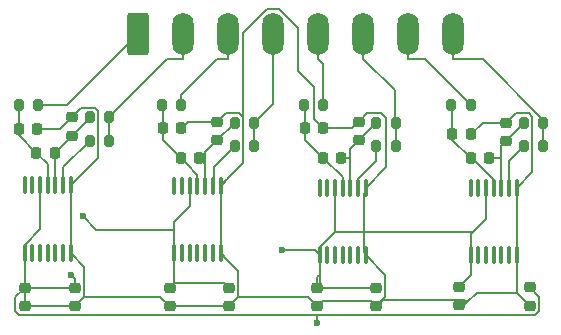
<source format=gbr>
%TF.GenerationSoftware,KiCad,Pcbnew,9.0.6*%
%TF.CreationDate,2025-11-17T15:00:12+03:00*%
%TF.ProjectId,TempControl4ch,54656d70-436f-46e7-9472-6f6c3463682e,rev?*%
%TF.SameCoordinates,Original*%
%TF.FileFunction,Copper,L1,Top*%
%TF.FilePolarity,Positive*%
%FSLAX46Y46*%
G04 Gerber Fmt 4.6, Leading zero omitted, Abs format (unit mm)*
G04 Created by KiCad (PCBNEW 9.0.6) date 2025-11-17 15:00:12*
%MOMM*%
%LPD*%
G01*
G04 APERTURE LIST*
G04 Aperture macros list*
%AMRoundRect*
0 Rectangle with rounded corners*
0 $1 Rounding radius*
0 $2 $3 $4 $5 $6 $7 $8 $9 X,Y pos of 4 corners*
0 Add a 4 corners polygon primitive as box body*
4,1,4,$2,$3,$4,$5,$6,$7,$8,$9,$2,$3,0*
0 Add four circle primitives for the rounded corners*
1,1,$1+$1,$2,$3*
1,1,$1+$1,$4,$5*
1,1,$1+$1,$6,$7*
1,1,$1+$1,$8,$9*
0 Add four rect primitives between the rounded corners*
20,1,$1+$1,$2,$3,$4,$5,0*
20,1,$1+$1,$4,$5,$6,$7,0*
20,1,$1+$1,$6,$7,$8,$9,0*
20,1,$1+$1,$8,$9,$2,$3,0*%
G04 Aperture macros list end*
%TA.AperFunction,Conductor*%
%ADD10C,0.200000*%
%TD*%
%TA.AperFunction,SMDPad,CuDef*%
%ADD11RoundRect,0.100000X-0.100000X0.637500X-0.100000X-0.637500X0.100000X-0.637500X0.100000X0.637500X0*%
%TD*%
%TA.AperFunction,SMDPad,CuDef*%
%ADD12RoundRect,0.200000X0.200000X0.275000X-0.200000X0.275000X-0.200000X-0.275000X0.200000X-0.275000X0*%
%TD*%
%TA.AperFunction,SMDPad,CuDef*%
%ADD13RoundRect,0.225000X0.250000X-0.225000X0.250000X0.225000X-0.250000X0.225000X-0.250000X-0.225000X0*%
%TD*%
%TA.AperFunction,SMDPad,CuDef*%
%ADD14RoundRect,0.225000X-0.225000X-0.250000X0.225000X-0.250000X0.225000X0.250000X-0.225000X0.250000X0*%
%TD*%
%TA.AperFunction,SMDPad,CuDef*%
%ADD15RoundRect,0.225000X0.225000X0.250000X-0.225000X0.250000X-0.225000X-0.250000X0.225000X-0.250000X0*%
%TD*%
%TA.AperFunction,ComponentPad*%
%ADD16RoundRect,0.250000X-0.650000X-1.550000X0.650000X-1.550000X0.650000X1.550000X-0.650000X1.550000X0*%
%TD*%
%TA.AperFunction,ComponentPad*%
%ADD17O,1.800000X3.600000*%
%TD*%
%TA.AperFunction,ViaPad*%
%ADD18C,0.600000*%
%TD*%
G04 APERTURE END LIST*
D10*
%TO.N,GNDREF*%
X149500000Y-77500000D02*
X149500000Y-82500000D01*
%TD*%
D11*
%TO.P,U4,1,AGND*%
%TO.N,GNDREF*%
X162400000Y-77000000D03*
%TO.P,U4,2,BIAS*%
%TO.N,Net-(U4-BIAS)*%
X161750000Y-77000000D03*
%TO.P,U4,3,T-*%
%TO.N,Net-(U4-T-)*%
X161100000Y-77000000D03*
%TO.P,U4,4,T+*%
%TO.N,Net-(U4-T+)*%
X160450000Y-77000000D03*
%TO.P,U4,5,AVDD*%
%TO.N,VDD*%
X159800000Y-77000000D03*
%TO.P,U4,6,DNC*%
%TO.N,unconnected-(U4-DNC-Pad6)*%
X159150000Y-77000000D03*
%TO.P,U4,7,~{DRDY}*%
%TO.N,unconnected-(U4-~{DRDY}-Pad7)*%
X158500000Y-77000000D03*
%TO.P,U4,8,DVDD*%
%TO.N,VDD*%
X158500000Y-82725000D03*
%TO.P,U4,9,~{CS}*%
%TO.N,unconnected-(U4-~{CS}-Pad9)*%
X159150000Y-82725000D03*
%TO.P,U4,10,SCK*%
%TO.N,unconnected-(U4-SCK-Pad10)*%
X159800000Y-82725000D03*
%TO.P,U4,11,SDO*%
%TO.N,unconnected-(U4-SDO-Pad11)*%
X160450000Y-82725000D03*
%TO.P,U4,12,SDI*%
%TO.N,unconnected-(U4-SDI-Pad12)*%
X161100000Y-82725000D03*
%TO.P,U4,13,~{FAULT}*%
%TO.N,unconnected-(U4-~{FAULT}-Pad13)*%
X161750000Y-82725000D03*
%TO.P,U4,14,DGND*%
%TO.N,GNDREF*%
X162400000Y-82725000D03*
%TD*%
%TO.P,U3,1,AGND*%
%TO.N,GNDREF*%
X149600000Y-77000000D03*
%TO.P,U3,2,BIAS*%
%TO.N,Net-(U3-BIAS)*%
X148950000Y-77000000D03*
%TO.P,U3,3,T-*%
%TO.N,Net-(U3-T-)*%
X148300000Y-77000000D03*
%TO.P,U3,4,T+*%
%TO.N,Net-(U3-T+)*%
X147650000Y-77000000D03*
%TO.P,U3,5,AVDD*%
%TO.N,VDD*%
X147000000Y-77000000D03*
%TO.P,U3,6,DNC*%
%TO.N,unconnected-(U3-DNC-Pad6)*%
X146350000Y-77000000D03*
%TO.P,U3,7,~{DRDY}*%
%TO.N,unconnected-(U3-~{DRDY}-Pad7)*%
X145700000Y-77000000D03*
%TO.P,U3,8,DVDD*%
%TO.N,VDD*%
X145700000Y-82725000D03*
%TO.P,U3,9,~{CS}*%
%TO.N,unconnected-(U3-~{CS}-Pad9)*%
X146350000Y-82725000D03*
%TO.P,U3,10,SCK*%
%TO.N,unconnected-(U3-SCK-Pad10)*%
X147000000Y-82725000D03*
%TO.P,U3,11,SDO*%
%TO.N,unconnected-(U3-SDO-Pad11)*%
X147650000Y-82725000D03*
%TO.P,U3,12,SDI*%
%TO.N,unconnected-(U3-SDI-Pad12)*%
X148300000Y-82725000D03*
%TO.P,U3,13,~{FAULT}*%
%TO.N,unconnected-(U3-~{FAULT}-Pad13)*%
X148950000Y-82725000D03*
%TO.P,U3,14,DGND*%
%TO.N,GNDREF*%
X149600000Y-82725000D03*
%TD*%
%TO.P,U2,1,AGND*%
%TO.N,GNDREF*%
X137312500Y-76837500D03*
%TO.P,U2,2,BIAS*%
%TO.N,Net-(U2-BIAS)*%
X136662500Y-76837500D03*
%TO.P,U2,3,T-*%
%TO.N,Net-(U2-T-)*%
X136012500Y-76837500D03*
%TO.P,U2,4,T+*%
%TO.N,Net-(U2-T+)*%
X135362500Y-76837500D03*
%TO.P,U2,5,AVDD*%
%TO.N,VDD*%
X134712500Y-76837500D03*
%TO.P,U2,6,DNC*%
%TO.N,unconnected-(U2-DNC-Pad6)*%
X134062500Y-76837500D03*
%TO.P,U2,7,~{DRDY}*%
%TO.N,unconnected-(U2-~{DRDY}-Pad7)*%
X133412500Y-76837500D03*
%TO.P,U2,8,DVDD*%
%TO.N,VDD*%
X133412500Y-82562500D03*
%TO.P,U2,9,~{CS}*%
%TO.N,unconnected-(U2-~{CS}-Pad9)*%
X134062500Y-82562500D03*
%TO.P,U2,10,SCK*%
%TO.N,unconnected-(U2-SCK-Pad10)*%
X134712500Y-82562500D03*
%TO.P,U2,11,SDO*%
%TO.N,unconnected-(U2-SDO-Pad11)*%
X135362500Y-82562500D03*
%TO.P,U2,12,SDI*%
%TO.N,unconnected-(U2-SDI-Pad12)*%
X136012500Y-82562500D03*
%TO.P,U2,13,~{FAULT}*%
%TO.N,unconnected-(U2-~{FAULT}-Pad13)*%
X136662500Y-82562500D03*
%TO.P,U2,14,DGND*%
%TO.N,GNDREF*%
X137312500Y-82562500D03*
%TD*%
D12*
%TO.P,R12,1*%
%TO.N,Net-(J1-Pin_8)*%
X164650000Y-73500000D03*
%TO.P,R12,2*%
%TO.N,Net-(U4-BIAS)*%
X163000000Y-73500000D03*
%TD*%
%TO.P,R11,1*%
%TO.N,Net-(J1-Pin_8)*%
X164650000Y-71500000D03*
%TO.P,R11,2*%
%TO.N,Net-(U4-T-)*%
X163000000Y-71500000D03*
%TD*%
%TO.P,R10,1*%
%TO.N,Net-(J1-Pin_7)*%
X158500000Y-70000000D03*
%TO.P,R10,2*%
%TO.N,Net-(U4-T+)*%
X156850000Y-70000000D03*
%TD*%
%TO.P,R9,1*%
%TO.N,Net-(J1-Pin_6)*%
X152150000Y-73500000D03*
%TO.P,R9,2*%
%TO.N,Net-(U3-BIAS)*%
X150500000Y-73500000D03*
%TD*%
%TO.P,R8,1*%
%TO.N,Net-(J1-Pin_6)*%
X152150000Y-71500000D03*
%TO.P,R8,2*%
%TO.N,Net-(U3-T-)*%
X150500000Y-71500000D03*
%TD*%
%TO.P,R7,1*%
%TO.N,Net-(J1-Pin_5)*%
X146000000Y-70000000D03*
%TO.P,R7,2*%
%TO.N,Net-(U3-T+)*%
X144350000Y-70000000D03*
%TD*%
%TO.P,R6,1*%
%TO.N,Net-(J1-Pin_4)*%
X140150000Y-73500000D03*
%TO.P,R6,2*%
%TO.N,Net-(U2-BIAS)*%
X138500000Y-73500000D03*
%TD*%
%TO.P,R5,1*%
%TO.N,Net-(J1-Pin_4)*%
X140150000Y-71500000D03*
%TO.P,R5,2*%
%TO.N,Net-(U2-T-)*%
X138500000Y-71500000D03*
%TD*%
%TO.P,R4,1*%
%TO.N,Net-(J1-Pin_3)*%
X134000000Y-70000000D03*
%TO.P,R4,2*%
%TO.N,Net-(U2-T+)*%
X132350000Y-70000000D03*
%TD*%
D13*
%TO.P,C20,1*%
%TO.N,GNDREF*%
X163500000Y-87000000D03*
%TO.P,C20,2*%
%TO.N,VDD*%
X163500000Y-85450000D03*
%TD*%
%TO.P,C19,1*%
%TO.N,GNDREF*%
X157500000Y-86955000D03*
%TO.P,C19,2*%
%TO.N,VDD*%
X157500000Y-85405000D03*
%TD*%
%TO.P,C18,1*%
%TO.N,Net-(U4-T-)*%
X161500000Y-73050000D03*
%TO.P,C18,2*%
%TO.N,GNDREF*%
X161500000Y-71500000D03*
%TD*%
D14*
%TO.P,C17,1*%
%TO.N,Net-(U4-T+)*%
X158500000Y-74500000D03*
%TO.P,C17,2*%
%TO.N,Net-(U4-T-)*%
X160050000Y-74500000D03*
%TD*%
D15*
%TO.P,C16,1*%
%TO.N,GNDREF*%
X158500000Y-72500000D03*
%TO.P,C16,2*%
%TO.N,Net-(U4-T+)*%
X156950000Y-72500000D03*
%TD*%
D13*
%TO.P,C15,1*%
%TO.N,GNDREF*%
X150500000Y-87045000D03*
%TO.P,C15,2*%
%TO.N,VDD*%
X150500000Y-85495000D03*
%TD*%
%TO.P,C14,1*%
%TO.N,GNDREF*%
X145500000Y-87045000D03*
%TO.P,C14,2*%
%TO.N,VDD*%
X145500000Y-85495000D03*
%TD*%
%TO.P,C13,1*%
%TO.N,Net-(U3-T-)*%
X149000000Y-73000000D03*
%TO.P,C13,2*%
%TO.N,GNDREF*%
X149000000Y-71450000D03*
%TD*%
D14*
%TO.P,C12,1*%
%TO.N,Net-(U3-T+)*%
X146000000Y-74500000D03*
%TO.P,C12,2*%
%TO.N,Net-(U3-T-)*%
X147550000Y-74500000D03*
%TD*%
D15*
%TO.P,C11,1*%
%TO.N,GNDREF*%
X146000000Y-72000000D03*
%TO.P,C11,2*%
%TO.N,Net-(U3-T+)*%
X144450000Y-72000000D03*
%TD*%
D13*
%TO.P,C10,1*%
%TO.N,GNDREF*%
X138000000Y-87045000D03*
%TO.P,C10,2*%
%TO.N,VDD*%
X138000000Y-85495000D03*
%TD*%
%TO.P,C9,1*%
%TO.N,GNDREF*%
X133000000Y-87045000D03*
%TO.P,C9,2*%
%TO.N,VDD*%
X133000000Y-85495000D03*
%TD*%
%TO.P,C8,1*%
%TO.N,Net-(U2-T-)*%
X137000000Y-73000000D03*
%TO.P,C8,2*%
%TO.N,GNDREF*%
X137000000Y-71450000D03*
%TD*%
D14*
%TO.P,C7,1*%
%TO.N,Net-(U2-T+)*%
X133950000Y-74500000D03*
%TO.P,C7,2*%
%TO.N,Net-(U2-T-)*%
X135500000Y-74500000D03*
%TD*%
D15*
%TO.P,C6,1*%
%TO.N,GNDREF*%
X134000000Y-72000000D03*
%TO.P,C6,2*%
%TO.N,Net-(U2-T+)*%
X132450000Y-72000000D03*
%TD*%
D11*
%TO.P,U1,1,AGND*%
%TO.N,GNDREF*%
X124625000Y-76825000D03*
%TO.P,U1,2,BIAS*%
%TO.N,Net-(U1-BIAS)*%
X123975000Y-76825000D03*
%TO.P,U1,3,T-*%
%TO.N,Net-(U1-T-)*%
X123325000Y-76825000D03*
%TO.P,U1,4,T+*%
%TO.N,Net-(U1-T+)*%
X122675000Y-76825000D03*
%TO.P,U1,5,AVDD*%
%TO.N,VDD*%
X122025000Y-76825000D03*
%TO.P,U1,6,DNC*%
%TO.N,unconnected-(U1-DNC-Pad6)*%
X121375000Y-76825000D03*
%TO.P,U1,7,~{DRDY}*%
%TO.N,unconnected-(U1-~{DRDY}-Pad7)*%
X120725000Y-76825000D03*
%TO.P,U1,8,DVDD*%
%TO.N,VDD*%
X120725000Y-82550000D03*
%TO.P,U1,9,~{CS}*%
%TO.N,unconnected-(U1-~{CS}-Pad9)*%
X121375000Y-82550000D03*
%TO.P,U1,10,SCK*%
%TO.N,unconnected-(U1-SCK-Pad10)*%
X122025000Y-82550000D03*
%TO.P,U1,11,SDO*%
%TO.N,unconnected-(U1-SDO-Pad11)*%
X122675000Y-82550000D03*
%TO.P,U1,12,SDI*%
%TO.N,unconnected-(U1-SDI-Pad12)*%
X123325000Y-82550000D03*
%TO.P,U1,13,~{FAULT}*%
%TO.N,unconnected-(U1-~{FAULT}-Pad13)*%
X123975000Y-82550000D03*
%TO.P,U1,14,DGND*%
%TO.N,GNDREF*%
X124625000Y-82550000D03*
%TD*%
D12*
%TO.P,R3,1*%
%TO.N,Net-(J1-Pin_1)*%
X121875000Y-70050000D03*
%TO.P,R3,2*%
%TO.N,Net-(U1-T+)*%
X120225000Y-70050000D03*
%TD*%
%TO.P,R2,1*%
%TO.N,Net-(J1-Pin_2)*%
X127875000Y-71050000D03*
%TO.P,R2,2*%
%TO.N,Net-(U1-T-)*%
X126225000Y-71050000D03*
%TD*%
%TO.P,R1,1*%
%TO.N,Net-(J1-Pin_2)*%
X127875000Y-73050000D03*
%TO.P,R1,2*%
%TO.N,Net-(U1-BIAS)*%
X126225000Y-73050000D03*
%TD*%
D16*
%TO.P,J1,1,Pin_1*%
%TO.N,Net-(J1-Pin_1)*%
X130330000Y-64000000D03*
D17*
%TO.P,J1,2,Pin_2*%
%TO.N,Net-(J1-Pin_2)*%
X134140000Y-64000000D03*
%TO.P,J1,3,Pin_3*%
%TO.N,Net-(J1-Pin_3)*%
X137950000Y-64000000D03*
%TO.P,J1,4,Pin_4*%
%TO.N,Net-(J1-Pin_4)*%
X141760000Y-64000000D03*
%TO.P,J1,5,Pin_5*%
%TO.N,Net-(J1-Pin_5)*%
X145570000Y-64000000D03*
%TO.P,J1,6,Pin_6*%
%TO.N,Net-(J1-Pin_6)*%
X149380000Y-64000000D03*
%TO.P,J1,7,Pin_7*%
%TO.N,Net-(J1-Pin_7)*%
X153190000Y-64000000D03*
%TO.P,J1,8,Pin_8*%
%TO.N,Net-(J1-Pin_8)*%
X157000000Y-64000000D03*
%TD*%
D13*
%TO.P,C5,1*%
%TO.N,GNDREF*%
X125000000Y-87045000D03*
%TO.P,C5,2*%
%TO.N,VDD*%
X125000000Y-85495000D03*
%TD*%
%TO.P,C4,1*%
%TO.N,GNDREF*%
X120725000Y-87045000D03*
%TO.P,C4,2*%
%TO.N,VDD*%
X120725000Y-85495000D03*
%TD*%
D15*
%TO.P,C3,1*%
%TO.N,GNDREF*%
X121775000Y-72050000D03*
%TO.P,C3,2*%
%TO.N,Net-(U1-T+)*%
X120225000Y-72050000D03*
%TD*%
D13*
%TO.P,C2,1*%
%TO.N,Net-(U1-T-)*%
X124725000Y-72600000D03*
%TO.P,C2,2*%
%TO.N,GNDREF*%
X124725000Y-71050000D03*
%TD*%
D14*
%TO.P,C1,1*%
%TO.N,Net-(U1-T+)*%
X121725000Y-74050000D03*
%TO.P,C1,2*%
%TO.N,Net-(U1-T-)*%
X123275000Y-74050000D03*
%TD*%
D18*
%TO.N,VDD*%
X125662500Y-79435200D03*
X124692000Y-84426500D03*
X145521900Y-88509800D03*
X142550000Y-82306700D03*
%TD*%
D10*
%TO.N,Net-(U4-BIAS)*%
X161750000Y-74750000D02*
X161750000Y-77000000D01*
X163000000Y-73500000D02*
X161750000Y-74750000D01*
%TO.N,Net-(U3-BIAS)*%
X150486000Y-74736300D02*
X150486000Y-73485500D01*
X148950000Y-76271800D02*
X150486000Y-74736300D01*
X148950000Y-77000000D02*
X148950000Y-76271800D01*
X150471000Y-73471100D02*
X150486000Y-73485500D01*
X150486000Y-73485500D02*
X150500000Y-73500000D01*
%TO.N,Net-(U2-BIAS)*%
X136732000Y-76767100D02*
X136803000Y-76696700D01*
X136732000Y-75267500D02*
X138500000Y-73500000D01*
X136732000Y-76767100D02*
X136732000Y-75267500D01*
X136697000Y-76802300D02*
X136662000Y-76836800D01*
X136697000Y-76802300D02*
X136662000Y-76837100D01*
X136697000Y-76802300D02*
X136732000Y-76767100D01*
X136680000Y-76819900D02*
X136662000Y-76836900D01*
X136680000Y-76819900D02*
X136697000Y-76802300D01*
X136671000Y-76828700D02*
X136662000Y-76837200D01*
X136662000Y-76837500D02*
X136680000Y-76819900D01*
X136662300Y-76837300D02*
X136662500Y-76837500D01*
X136662000Y-76837300D02*
X136662300Y-76837300D01*
X136662000Y-76837200D02*
X136662000Y-76837300D01*
X136662000Y-76837300D02*
X136662000Y-76837500D01*
X136662000Y-76836900D02*
X136662000Y-76837300D01*
X136662000Y-76837300D02*
X136662000Y-76837500D01*
X136662000Y-76837100D02*
X136662000Y-76837300D01*
X136662000Y-76837300D02*
X136662000Y-76837500D01*
X136662000Y-76836800D02*
X136662000Y-76837300D01*
X136662000Y-76837300D02*
X136662000Y-76837500D01*
%TO.N,Net-(J1-Pin_7)*%
X154602000Y-66101700D02*
X158500000Y-70000000D01*
X153190000Y-66101700D02*
X154602000Y-66101700D01*
X153190000Y-64000000D02*
X153190000Y-66101700D01*
%TO.N,Net-(J1-Pin_8)*%
X164650000Y-71500000D02*
X164650000Y-73500000D01*
X164650000Y-71247800D02*
X164650000Y-71500000D01*
X159504000Y-66101700D02*
X164650000Y-71247800D01*
X157000000Y-66101700D02*
X159504000Y-66101700D01*
X157000000Y-64000000D02*
X157000000Y-66101700D01*
%TO.N,Net-(J1-Pin_4)*%
X140150000Y-71500000D02*
X140150000Y-73500000D01*
X141760000Y-69890000D02*
X141760000Y-64000000D01*
X140150000Y-71500000D02*
X141760000Y-69890000D01*
%TO.N,Net-(J1-Pin_6)*%
X152150000Y-73500000D02*
X152150000Y-71500000D01*
X152058000Y-68779200D02*
X152058000Y-71407300D01*
X149380000Y-66101700D02*
X152058000Y-68779200D01*
X149380000Y-64000000D02*
X149380000Y-66101700D01*
X151965000Y-71314600D02*
X152058000Y-71407300D01*
X152058000Y-71407300D02*
X152150000Y-71500000D01*
%TO.N,Net-(J1-Pin_5)*%
X146000000Y-66531700D02*
X146000000Y-70000000D01*
X145570000Y-66101700D02*
X146000000Y-66531700D01*
X145570000Y-64000000D02*
X145570000Y-66101700D01*
%TO.N,Net-(J1-Pin_3)*%
X134000000Y-69129700D02*
X134000000Y-70000000D01*
X137028000Y-66101700D02*
X134000000Y-69129700D01*
X137950000Y-66101700D02*
X137028000Y-66101700D01*
X137950000Y-64000000D02*
X137950000Y-66101700D01*
%TO.N,Net-(U4-T-)*%
X163000000Y-71550000D02*
X161500000Y-73050000D01*
X163000000Y-71500000D02*
X163000000Y-71550000D01*
X161100000Y-73450000D02*
X161100000Y-74500000D01*
X161500000Y-73050000D02*
X161100000Y-73450000D01*
X160050000Y-74500000D02*
X161100000Y-74500000D01*
X161100000Y-74500000D02*
X161100000Y-77000000D01*
%TO.N,Net-(U4-T+)*%
X156950000Y-70100000D02*
X156950000Y-72500000D01*
X156850000Y-70000000D02*
X156950000Y-70100000D01*
X156950000Y-72950000D02*
X158500000Y-74500000D01*
X156950000Y-72500000D02*
X156950000Y-72950000D01*
X158612000Y-74500000D02*
X158500000Y-74500000D01*
X160450000Y-76338200D02*
X158612000Y-74500000D01*
X160450000Y-77000000D02*
X160450000Y-76338200D01*
%TO.N,Net-(U3-T-)*%
X147550000Y-74500000D02*
X147264000Y-74500000D01*
X148300000Y-74500000D02*
X147550000Y-74500000D01*
X148300000Y-74500000D02*
X148300000Y-77000000D01*
X148300000Y-73700000D02*
X149000000Y-73000000D01*
X148300000Y-74500000D02*
X148300000Y-73700000D01*
X150500000Y-71500100D02*
X150500000Y-71500000D01*
X149000000Y-73000000D02*
X150500000Y-71500100D01*
%TO.N,Net-(U3-T+)*%
X147650000Y-76150000D02*
X147650000Y-77000000D01*
X146000000Y-74500000D02*
X147650000Y-76150000D01*
X144450000Y-70100000D02*
X144450000Y-72000000D01*
X144350000Y-70000000D02*
X144450000Y-70100000D01*
X144450000Y-72950000D02*
X146000000Y-74500000D01*
X144450000Y-72000000D02*
X144450000Y-72950000D01*
%TO.N,Net-(J1-Pin_1)*%
X124280000Y-70050000D02*
X121875000Y-70050000D01*
X130330000Y-64000000D02*
X124280000Y-70050000D01*
%TO.N,Net-(J1-Pin_2)*%
X127875000Y-73050000D02*
X127875000Y-71050000D01*
X132823000Y-66101700D02*
X127875000Y-71050000D01*
X134140000Y-66101700D02*
X132823000Y-66101700D01*
X134140000Y-64000000D02*
X134140000Y-66101700D01*
%TO.N,Net-(U2-T-)*%
X136012000Y-73988000D02*
X136012000Y-75012400D01*
X137000000Y-73000000D02*
X136012000Y-73988000D01*
X135500000Y-74500000D02*
X136012000Y-75012400D01*
X138500000Y-71500000D02*
X137000000Y-73000000D01*
X136012000Y-76381400D02*
X136012000Y-76381900D01*
X136012000Y-75924900D02*
X136012000Y-76381400D01*
X136012000Y-75012400D02*
X136012000Y-76508300D01*
X136012000Y-76610200D02*
X136012000Y-76837500D01*
X136012000Y-76609700D02*
X136012000Y-76610200D01*
X136012500Y-76610200D02*
X136012500Y-76837500D01*
X136012000Y-76609700D02*
X136012500Y-76610200D01*
X136012000Y-76381900D02*
X136012000Y-76609700D01*
X136012000Y-76609700D02*
X136012000Y-76837500D01*
%TO.N,Net-(U2-T+)*%
X132450000Y-73000000D02*
X133950000Y-74500000D01*
X132450000Y-72000000D02*
X132450000Y-73000000D01*
X134450000Y-75000500D02*
X134450000Y-74999500D01*
X135362000Y-75912500D02*
X134450000Y-75000500D01*
X135362000Y-76837500D02*
X135362000Y-75912500D01*
X132450000Y-70029000D02*
X132450000Y-72000000D01*
X132350000Y-69929000D02*
X132450000Y-70029000D01*
X132350000Y-69858000D02*
X132350000Y-70000000D01*
X134000000Y-74550000D02*
X134450000Y-74999500D01*
X134450000Y-74999500D02*
X133950000Y-74500000D01*
X135362500Y-76837500D02*
X135362000Y-76837500D01*
%TO.N,Net-(U1-BIAS)*%
X123975000Y-75300000D02*
X123975000Y-76825000D01*
X126225000Y-73050000D02*
X123975000Y-75300000D01*
%TO.N,Net-(U1-T-)*%
X123325000Y-74100000D02*
X123275000Y-74050000D01*
X123325000Y-76825000D02*
X123325000Y-74100000D01*
X123275000Y-74050000D02*
X124725000Y-72600000D01*
X126225000Y-71100000D02*
X124725000Y-72600000D01*
X126225000Y-71050000D02*
X126225000Y-71100000D01*
%TO.N,GNDREF*%
X162400000Y-82725000D02*
X162400000Y-85900000D01*
X125784000Y-83709000D02*
X125784000Y-86246100D01*
X138799000Y-84048900D02*
X138799000Y-86246100D01*
X150050000Y-86595000D02*
X150500000Y-87045000D01*
X145950000Y-86595000D02*
X150050000Y-86595000D01*
X145500000Y-87045000D02*
X145950000Y-86595000D01*
X151276000Y-84401000D02*
X151276000Y-86269000D01*
X151302000Y-75298000D02*
X149600000Y-77000000D01*
X151302000Y-71085300D02*
X151302000Y-75298000D01*
X149600000Y-82725000D02*
X151276000Y-84401000D01*
X151276000Y-86269000D02*
X150500000Y-87045000D01*
X151045000Y-86500000D02*
X150500000Y-87045000D01*
X157500000Y-86955200D02*
X157500000Y-86955000D01*
X157955000Y-86955200D02*
X157500000Y-86955200D01*
X124626000Y-76824000D02*
X124625000Y-76825000D01*
X120725000Y-87045000D02*
X125000000Y-87045000D01*
X133000000Y-87045000D02*
X138000000Y-87045000D01*
X125784000Y-86261000D02*
X125000000Y-87045000D01*
X125784000Y-86246100D02*
X125784000Y-86261000D01*
X132201000Y-86246100D02*
X133000000Y-87045000D01*
X125784000Y-86246100D02*
X132201000Y-86246100D01*
X124625000Y-82550000D02*
X124625000Y-76825000D01*
X124625000Y-82550000D02*
X125784000Y-83709000D01*
X134550000Y-71450000D02*
X134000000Y-72000000D01*
X137000000Y-71450000D02*
X134550000Y-71450000D01*
X137312000Y-82562700D02*
X137312000Y-82562500D01*
X138056000Y-83305700D02*
X137312000Y-82562700D01*
X159500000Y-71500000D02*
X158500000Y-72500000D01*
X161500000Y-71500000D02*
X159500000Y-71500000D01*
X157955000Y-86955000D02*
X157955000Y-86955200D01*
X162400000Y-85900000D02*
X163500000Y-87000000D01*
X162308000Y-70692400D02*
X161500000Y-71500000D01*
X163406000Y-70692400D02*
X162308000Y-70692400D01*
X163706000Y-70992900D02*
X163406000Y-70692400D01*
X163706000Y-75693700D02*
X163706000Y-70992900D01*
X162400000Y-77000000D02*
X163706000Y-75693700D01*
X162400000Y-77000000D02*
X162400000Y-82725000D01*
X157955000Y-86955500D02*
X157955000Y-86955200D01*
X144701000Y-86246100D02*
X145500000Y-87045000D01*
X138799000Y-86246100D02*
X144701000Y-86246100D01*
X138056000Y-83305700D02*
X138799000Y-84048900D01*
X138799000Y-86246100D02*
X138000000Y-87045000D01*
X137312000Y-76837000D02*
X137312000Y-76837500D01*
X138264000Y-75885500D02*
X137312000Y-76837000D01*
X139216000Y-74933500D02*
X138264000Y-75885500D01*
X138891000Y-70681400D02*
X139216000Y-71006900D01*
X137769000Y-70681400D02*
X138891000Y-70681400D01*
X137000000Y-71450000D02*
X137769000Y-70681400D01*
X137312000Y-76837500D02*
X137312000Y-82562500D01*
X157955000Y-86955100D02*
X158182000Y-86728000D01*
X159010000Y-85900000D02*
X162400000Y-85900000D01*
X158182000Y-86728000D02*
X159010000Y-85900000D01*
X158182000Y-86728000D02*
X157955000Y-86955000D01*
X148450000Y-72000000D02*
X149000000Y-71450000D01*
X146000000Y-72000000D02*
X148450000Y-72000000D01*
X150919000Y-70702200D02*
X151302000Y-71085300D01*
X149748000Y-70702200D02*
X150919000Y-70702200D01*
X149000000Y-71450000D02*
X149748000Y-70702200D01*
X137312000Y-82562600D02*
X137312000Y-82562500D01*
X137684000Y-82934100D02*
X137312000Y-82562600D01*
X137312000Y-82562500D02*
X138056000Y-83305700D01*
X124437000Y-71337900D02*
X124725000Y-71050000D01*
X123725000Y-72050000D02*
X124437000Y-71337900D01*
X121775000Y-72050000D02*
X123725000Y-72050000D01*
X126955000Y-74494800D02*
X124626000Y-76824000D01*
X126955000Y-70525600D02*
X126955000Y-74494800D01*
X126671000Y-70241300D02*
X126955000Y-70525600D01*
X125534000Y-70241300D02*
X126671000Y-70241300D01*
X124725000Y-71050000D02*
X125534000Y-70241300D01*
X137312000Y-76837000D02*
X137312000Y-76837500D01*
X137788000Y-76361500D02*
X137312000Y-76837000D01*
X138264000Y-75885500D02*
X137312000Y-76837500D01*
X137312500Y-76837500D02*
X137312000Y-76837500D01*
X137312500Y-82562500D02*
X137312000Y-82562500D01*
X149788000Y-76812400D02*
X149694000Y-76906200D01*
X149694000Y-76906200D02*
X149600000Y-77000000D01*
X157500000Y-86500000D02*
X154272500Y-86500000D01*
X154272500Y-86500000D02*
X151045000Y-86500000D01*
X157954000Y-86500000D02*
X158182000Y-86728000D01*
X157500000Y-86500000D02*
X157954000Y-86500000D01*
X139216000Y-71006900D02*
X139216000Y-74504600D01*
X139216000Y-74504600D02*
X139216000Y-74933500D01*
X145201100Y-71201100D02*
X146000000Y-72000000D01*
X145201100Y-68491700D02*
X145201100Y-71201100D01*
X143875000Y-67165600D02*
X145201100Y-68491700D01*
X143875000Y-63515500D02*
X143875000Y-67165600D01*
X142257800Y-61898300D02*
X143875000Y-63515500D01*
X141262200Y-61898300D02*
X142257800Y-61898300D01*
X139216000Y-63944500D02*
X141262200Y-61898300D01*
X139216000Y-71006900D02*
X139216000Y-63944500D01*
%TO.N,Net-(U1-T+)*%
X120225000Y-72050000D02*
X120225000Y-70050000D01*
X122675000Y-75000000D02*
X121725000Y-74050000D01*
X122675000Y-76825000D02*
X122675000Y-75000000D01*
X120225000Y-72550000D02*
X120225000Y-72050000D01*
X121725000Y-74050000D02*
X120225000Y-72550000D01*
%TO.N,VDD*%
X137588000Y-85082500D02*
X133412000Y-85082500D01*
X138000000Y-85495000D02*
X137588000Y-85082500D01*
X133000000Y-85288700D02*
X133000000Y-85495000D01*
X133206000Y-85288700D02*
X133000000Y-85288700D01*
X133412000Y-85082500D02*
X133206000Y-85288700D01*
X147000000Y-77000000D02*
X147000000Y-80756200D01*
X145700000Y-82056200D02*
X145700000Y-82725000D01*
X147000000Y-80756200D02*
X145700000Y-82056200D01*
X122025000Y-80546000D02*
X122025000Y-76825000D01*
X120725000Y-81846000D02*
X122025000Y-80546000D01*
X120725000Y-82550000D02*
X120725000Y-81846000D01*
X134712000Y-78587200D02*
X133412000Y-79887200D01*
X134712000Y-77712300D02*
X134712000Y-78587200D01*
X133410000Y-85080200D02*
X133412000Y-85082500D01*
X134712000Y-76838000D02*
X134712000Y-77712300D01*
X134712000Y-76837500D02*
X134712000Y-76838000D01*
X120725000Y-85495000D02*
X125000000Y-85495000D01*
X133412000Y-81893600D02*
X133412000Y-81894100D01*
X133412000Y-81224800D02*
X133412000Y-81893600D01*
X133412500Y-81894100D02*
X133412500Y-82562500D01*
X133412000Y-81893600D02*
X133412500Y-81894100D01*
X133412000Y-81224800D02*
X133412000Y-81893600D01*
X134712500Y-76837500D02*
X134712000Y-76837500D01*
X158500000Y-84405000D02*
X158500000Y-82725000D01*
X157500000Y-85405000D02*
X158500000Y-84405000D01*
X133412000Y-81893600D02*
X133412000Y-82228000D01*
X133412000Y-82228000D02*
X133412000Y-82562500D01*
X133412000Y-81894100D02*
X133412000Y-82228000D01*
X133412000Y-82228000D02*
X133412000Y-82562500D01*
X133410000Y-82230000D02*
X133410000Y-85080200D01*
X133412000Y-82228000D02*
X133410000Y-82230000D01*
X133412000Y-79887200D02*
X133412000Y-80556000D01*
X133412000Y-80556000D02*
X133412000Y-81224800D01*
X126783300Y-80556000D02*
X125662500Y-79435200D01*
X133412000Y-80556000D02*
X126783300Y-80556000D01*
X125000000Y-84734500D02*
X125000000Y-85495000D01*
X124692000Y-84426500D02*
X125000000Y-84734500D01*
X120725000Y-86500000D02*
X120725000Y-85495000D01*
X120725000Y-85495000D02*
X120725000Y-82550000D01*
X163915900Y-87811700D02*
X145521900Y-87811700D01*
X164281300Y-87446300D02*
X163915900Y-87811700D01*
X164281300Y-86231300D02*
X164281300Y-87446300D01*
X163500000Y-85450000D02*
X164281300Y-86231300D01*
X145281700Y-82306700D02*
X145700000Y-82725000D01*
X142550000Y-82306700D02*
X145281700Y-82306700D01*
X145521900Y-87811700D02*
X145521900Y-88509800D01*
X119926100Y-86293900D02*
X120725000Y-85495000D01*
X119926100Y-87493200D02*
X119926100Y-86293900D01*
X120244600Y-87811700D02*
X119926100Y-87493200D01*
X145521900Y-87811700D02*
X120244600Y-87811700D01*
X145500000Y-85495000D02*
X150500000Y-85495000D01*
X145500000Y-84599300D02*
X145500000Y-85495000D01*
X145700000Y-84399300D02*
X145500000Y-84599300D01*
X145700000Y-82725000D02*
X145700000Y-84399300D01*
X145700000Y-84399300D02*
X145700000Y-85235800D01*
X147044300Y-80800500D02*
X147000000Y-80756200D01*
X158674800Y-80800500D02*
X147044300Y-80800500D01*
X159800000Y-79675300D02*
X158674800Y-80800500D01*
X159800000Y-77000000D02*
X159800000Y-79675300D01*
X158500000Y-80975300D02*
X158500000Y-82725000D01*
X158674800Y-80800500D02*
X158500000Y-80975300D01*
%TD*%
M02*

</source>
